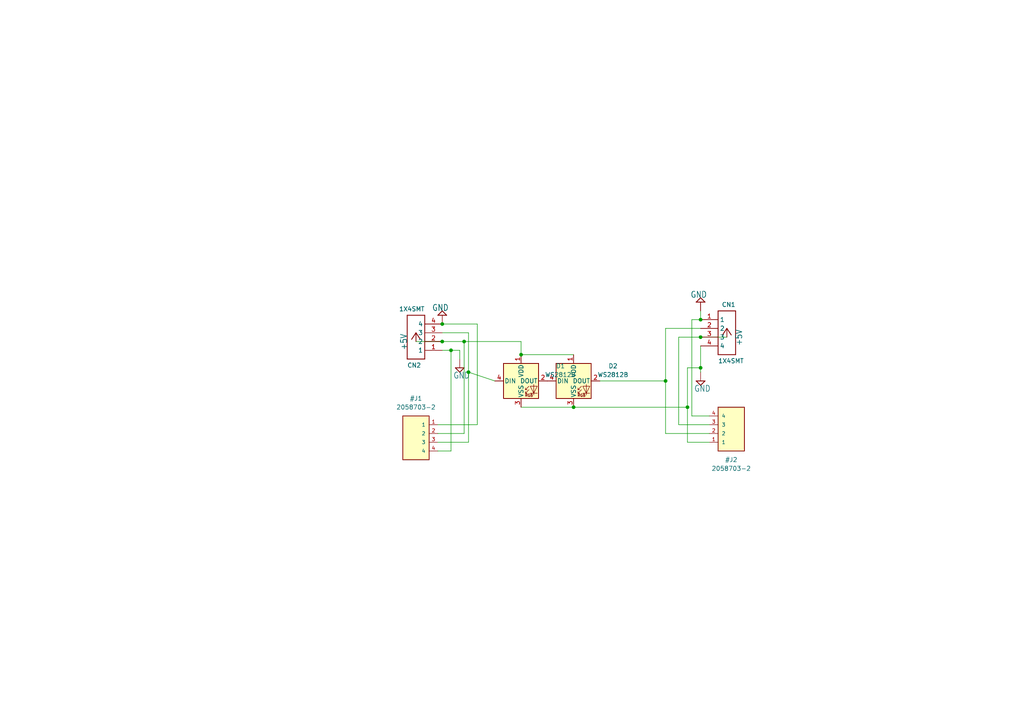
<source format=kicad_sch>
(kicad_sch (version 20211123) (generator eeschema)
  (paper "A4")
  (lib_symbols
    (symbol "2058703-2:2058703-2" (pin_names (offset 1.016))
      (property "Reference" "J" (at -3.302 8.1534 0))
      (property "Value" "2058703-2" (at -3.048 -6.858 0))
      (symbol "2058703-2_0_0"
        (rectangle (start -2.54 -5.08) (end 5.08 7.62) (stroke (width 0.254)) (fill (type background)))
        (pin passive line (at 7.62 5.08 180) (length 2.54) (name "1") (number "1"))
        (pin passive line (at 7.62 2.54 180) (length 2.54) (name "2") (number "2"))
        (pin passive line (at 7.62 0 180) (length 2.54) (name "3") (number "3"))
        (pin passive line (at 7.62 -2.54 180) (length 2.54) (name "4") (number "4"))
      )
    )
    (symbol "Adafruit NeoPixel 8 Stick-eagle-import:+5V" (power)
      (property "Value" "+5V" (at -2.54 -5.08 90))
      (symbol "+5V_1_0"
        (polyline (pts (xy 0 0) (xy -1.27 -1.905)) (stroke (width 0.254)))
        (polyline (pts (xy 1.27 -1.905) (xy 0 0)) (stroke (width 0.254)))
        (pin power_in line (at 0 -2.54 90) (length 2.54) (name "+5V") (number "1"))
      )
    )
    (symbol "Adafruit NeoPixel 8 Stick-eagle-import:1X4SMT"
      (property "Reference" "CN" (at 5.08 7.62 0))
      (property "Value" "1X4SMT" (at 0 -10.16 0))
      (symbol "1X4SMT_1_0"
        (polyline (pts (xy 0 -7.62) (xy 0 5.08)) (stroke (width 0.254)))
        (polyline (pts (xy 0 5.08) (xy 5.08 5.08)) (stroke (width 0.254)))
        (polyline (pts (xy 5.08 -7.62) (xy 0 -7.62)) (stroke (width 0.254)))
        (polyline (pts (xy 5.08 5.08) (xy 5.08 -7.62)) (stroke (width 0.254)))
        (pin bidirectional line (at -5.08 2.54 0) (length 5.08) (name "1") (number "1"))
        (pin bidirectional line (at -5.08 0 0) (length 5.08) (name "2") (number "2"))
        (pin bidirectional line (at -5.08 -2.54 0) (length 5.08) (name "3") (number "3"))
        (pin bidirectional line (at -5.08 -5.08 0) (length 5.08) (name "4") (number "4"))
      )
    )
    (symbol "Adafruit NeoPixel 8 Stick-eagle-import:GND" (power)
      (property "Value" "GND" (at -1.905 -3.175 0))
      (symbol "GND_1_0"
        (polyline (pts (xy -1.27 0) (xy 1.27 0)) (stroke (width 0.254)))
        (polyline (pts (xy 0 -1.27) (xy -1.27 0)) (stroke (width 0.254)))
        (polyline (pts (xy 1.27 0) (xy 0 -1.27)) (stroke (width 0.254)))
        (pin power_in line (at 0 2.54 270) (length 2.54) (name "GND") (number "1"))
      )
    )
    (symbol "LED:WS2812B" (pin_names (offset 0.254))
      (property "Reference" "D" (at 5.08 5.715 0))
      (property "Value" "WS2812B" (at 1.27 -5.715 0))
      (symbol "WS2812B_0_0"
        (text "RGB" (at 2.286 -4.191 0) (effects (font (size 0.762 0.762))))
      )
      (symbol "WS2812B_0_1"
        (polyline (pts (xy 1.27 -3.556) (xy 1.778 -3.556)))
        (polyline (pts (xy 1.27 -2.54) (xy 1.778 -2.54)))
        (polyline (pts (xy 4.699 -3.556) (xy 2.667 -3.556)))
        (polyline (pts (xy 2.286 -2.54) (xy 1.27 -3.556) (xy 1.27 -3.048)))
        (polyline (pts (xy 2.286 -1.524) (xy 1.27 -2.54) (xy 1.27 -2.032)))
        (polyline (pts (xy 3.683 -1.016) (xy 3.683 -3.556) (xy 3.683 -4.064)))
        (polyline (pts (xy 4.699 -1.524) (xy 2.667 -1.524) (xy 3.683 -3.556) (xy 4.699 -1.524)))
        (rectangle (start 5.08 5.08) (end -5.08 -5.08) (stroke (width 0.254)) (fill (type background)))
      )
      (symbol "WS2812B_1_1"
        (pin power_in line (at 0 7.62 270) (length 2.54) (name "VDD") (number "1"))
        (pin output line (at 7.62 0 180) (length 2.54) (name "DOUT") (number "2"))
        (pin power_in line (at 0 -7.62 90) (length 2.54) (name "VSS") (number "3"))
        (pin input line (at -7.62 0 0) (length 2.54) (name "DIN") (number "4"))
      )
    )
  )
  (junction (at 166.37 118.11))
  (junction (at 203.2 97.79))
  (junction (at 199.39 118.11))
  (junction (at 128.27 99.06))
  (junction (at 151.13 102.87))
  (junction (at 203.2 106.68))
  (junction (at 134.62 99.06))
  (junction (at 130.81 101.6))
  (junction (at 193.04 110.49))
  (junction (at 203.2 92.71))
  (junction (at 135.89 107.95))
  (junction (at 128.27 93.98))
  (wire (pts (xy 135.89 96.52) (xy 135.89 107.95)))
  (wire (pts (xy 151.13 118.11) (xy 166.37 118.11)))
  (wire (pts (xy 135.89 107.95) (xy 135.89 128.27)))
  (wire (pts (xy 130.81 101.6) (xy 133.35 101.6)))
  (wire (pts (xy 133.35 101.6) (xy 133.35 104.14)))
  (wire (pts (xy 203.2 92.71) (xy 203.2 90.17)))
  (wire (pts (xy 128.27 96.52) (xy 135.89 96.52)))
  (wire (pts (xy 203.2 106.68) (xy 203.2 100.33)))
  (wire (pts (xy 199.39 106.68) (xy 203.2 106.68)))
  (wire (pts (xy 127 125.73) (xy 134.62 125.73)))
  (wire (pts (xy 151.13 99.06) (xy 134.62 99.06)))
  (wire (pts (xy 135.89 107.95) (xy 143.51 110.49)))
  (wire (pts (xy 199.39 118.11) (xy 199.39 128.27)))
  (wire (pts (xy 203.2 107.95) (xy 203.2 106.68)))
  (wire (pts (xy 138.43 93.98) (xy 138.43 123.19)))
  (wire (pts (xy 128.27 101.6) (xy 130.81 101.6)))
  (wire (pts (xy 134.62 99.06) (xy 134.62 125.73)))
  (wire (pts (xy 128.27 99.06) (xy 134.62 99.06)))
  (wire (pts (xy 173.99 110.49) (xy 193.04 110.49)))
  (wire (pts (xy 130.81 101.6) (xy 130.81 130.81)))
  (wire (pts (xy 166.37 118.11) (xy 199.39 118.11)))
  (wire (pts (xy 193.04 110.49) (xy 193.04 125.73)))
  (wire (pts (xy 151.13 102.87) (xy 166.37 102.87)))
  (wire (pts (xy 193.04 95.25) (xy 203.2 95.25)))
  (wire (pts (xy 210.82 97.79) (xy 203.2 97.79)))
  (wire (pts (xy 127 130.81) (xy 130.81 130.81)))
  (wire (pts (xy 127 128.27) (xy 135.89 128.27)))
  (wire (pts (xy 138.43 123.19) (xy 127 123.19)))
  (wire (pts (xy 200.66 120.65) (xy 205.74 120.65)))
  (wire (pts (xy 200.66 92.71) (xy 200.66 120.65)))
  (wire (pts (xy 120.65 99.06) (xy 128.27 99.06)))
  (wire (pts (xy 196.85 123.19) (xy 205.74 123.19)))
  (wire (pts (xy 199.39 128.27) (xy 205.74 128.27)))
  (wire (pts (xy 199.39 106.68) (xy 199.39 118.11)))
  (wire (pts (xy 128.27 93.98) (xy 138.43 93.98)))
  (wire (pts (xy 203.2 92.71) (xy 200.66 92.71)))
  (wire (pts (xy 193.04 125.73) (xy 205.74 125.73)))
  (wire (pts (xy 151.13 99.06) (xy 151.13 102.87)))
  (wire (pts (xy 203.2 97.79) (xy 196.85 97.79)))
  (wire (pts (xy 196.85 97.79) (xy 196.85 123.19)))
  (wire (pts (xy 193.04 95.25) (xy 193.04 110.49)))
  (symbol (lib_id "Adafruit NeoPixel 8 Stick-eagle-import:GND") (at 128.27 91.44 180) (unit 1)
    (property "Reference" "#SUPPLY02" (effects hide))
    (property "Value" "GND" (at 130.175 88.265 0) (effects (font (size 1.778 1.5113)) (justify left bottom)))
    (property "Footprint" "Adafruit NeoPixel 8 Stick:" (effects hide))
  )
  (symbol (lib_id "Adafruit NeoPixel 8 Stick-eagle-import:+5V") (at 120.65 96.52 0) (unit 1)
    (property "Reference" "#P+011" (effects hide))
    (property "Value" "+5V" (at 118.11 101.6 90) (effects (font (size 1.778 1.5113)) (justify left bottom)))
    (property "Footprint" "Adafruit NeoPixel 8 Stick:" (effects hide))
  )
  (symbol (lib_id "LED:WS2812B") (at 166.37 110.49 0) (unit 1)
    (property "Reference" "D2" (at 177.8 106.1593 0))
    (property "Value" "WS2812B" (at 177.8 108.6993 0))
    (property "Footprint" "LED_SMD:LED_WS2812B_PLCC4_5.0x5.0mm_P3.2mm" (effects hide))
    (property "Datasheet" "https://cdn-shop.adafruit.com/datasheets/WS2812B.pdf" (effects hide))
  )
  (symbol (lib_id "Adafruit NeoPixel 8 Stick-eagle-import:GND") (at 133.35 106.68 0) (unit 1)
    (property "Reference" "#SUPPLY07" (effects hide))
    (property "Value" "GND" (at 131.445 109.855 0) (effects (font (size 1.778 1.5113)) (justify left bottom)))
    (property "Footprint" "Adafruit NeoPixel 8 Stick:" (effects hide))
  )
  (symbol (lib_id "Adafruit NeoPixel 8 Stick-eagle-import:1X4SMT") (at 123.19 99.06 180) (unit 1)
    (property "Reference" "CN2" (at 118.11 106.68 0) (effects (justify right top)))
    (property "Value" "1X4SMT" (at 123.19 88.9 0) (effects (justify left bottom)))
    (property "Footprint" "Adafruit NeoPixel 8 Stick:1X4-SMT" (effects hide))
  )
  (symbol (lib_id "2058703-2:2058703-2") (at 119.38 128.27 0) (unit 1)
    (property "Reference" "#J1" (at 120.65 115.57 0))
    (property "Value" "2058703-2" (at 120.65 118.11 0))
    (property "Footprint" "TE_2058703-2" (effects hide))
    (property "Comment" "2058703-2" (effects hide))
  )
  (symbol (lib_id "Adafruit NeoPixel 8 Stick-eagle-import:1X4SMT") (at 208.28 95.25 0) (unit 1)
    (property "Reference" "CN1" (at 213.36 87.63 0) (effects (justify right top)))
    (property "Value" "1X4SMT" (at 208.28 105.41 0) (effects (justify left bottom)))
    (property "Footprint" "Adafruit NeoPixel 8 Stick:1X4-SMT" (effects hide))
  )
  (symbol (lib_id "Adafruit NeoPixel 8 Stick-eagle-import:+5V") (at 210.82 95.25 0) (mirror y) (unit 1)
    (property "Reference" "#P+01" (effects hide))
    (property "Value" "+5V" (at 213.36 100.33 90) (effects (font (size 1.778 1.5113)) (justify left bottom)))
    (property "Footprint" "Adafruit NeoPixel 8 Stick:" (effects hide))
  )
  (symbol (lib_id "LED:WS2812B") (at 151.13 110.49 0) (unit 1)
    (property "Reference" "D1" (at 162.56 106.1593 0))
    (property "Value" "WS2812B" (at 162.56 108.6993 0))
    (property "Footprint" "LED_SMD:LED_WS2812B_PLCC4_5.0x5.0mm_P3.2mm" (effects hide))
    (property "Datasheet" "https://cdn-shop.adafruit.com/datasheets/WS2812B.pdf" (effects hide))
  )
  (symbol (lib_id "Adafruit NeoPixel 8 Stick-eagle-import:GND") (at 203.2 110.49 0) (unit 1)
    (property "Reference" "#SUPPLY09" (effects hide))
    (property "Value" "GND" (at 201.295 113.665 0) (effects (font (size 1.778 1.5113)) (justify left bottom)))
    (property "Footprint" "Adafruit NeoPixel 8 Stick:" (effects hide))
  )
  (symbol (lib_id "2058703-2:2058703-2") (at 213.36 123.19 180) (unit 1)
    (property "Reference" "#J2" (at 212.09 133.35 0))
    (property "Value" "2058703-2" (at 212.09 135.89 0))
    (property "Footprint" "TE_2058703-2" (effects hide))
    (property "Comment" "2058703-2" (effects hide))
  )
  (symbol (lib_id "Adafruit NeoPixel 8 Stick-eagle-import:GND") (at 203.2 87.63 180) (unit 1)
    (property "Reference" "#SUPPLY01" (effects hide))
    (property "Value" "GND" (at 205.105 84.455 0) (effects (font (size 1.778 1.5113)) (justify left bottom)))
    (property "Footprint" "Adafruit NeoPixel 8 Stick:" (effects hide))
  )
)
</source>
